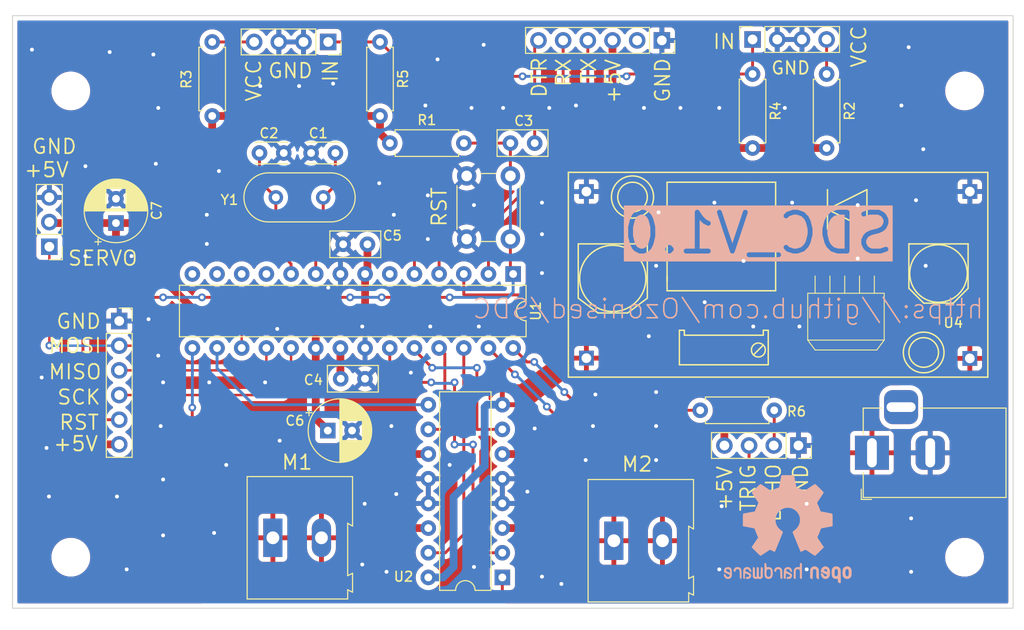
<source format=kicad_pcb>
(kicad_pcb (version 20221018) (generator pcbnew)
  (layers (0 "F.Cu" signal) (31 "B.Cu" jumper) (34 "B.Paste" user) (35 "F.Paste" user) (36 "B.SilkS" user "B.Silkscreen") (37 "F.SilkS" user "F.Silkscreen") (38 "B.Mask" user) (39 "F.Mask" user) (44 "Edge.Cuts" user))
  (net 0 "")
  (net 1 "Net-(U1-PB6{slash}XTAL1)")
  (net 2 "GND")
  (net 3 "Net-(U1-PB7{slash}XTAL2)")
  (net 4 "/DTR")
  (net 5 "/RST")
  (net 6 "Net-(U1-AREF)")
  (net 7 "+5V")
  (net 8 "Net-(J1-Pin_1)")
  (net 9 "Net-(J1-Pin_2)")
  (net 10 "Net-(J2-Pin_1)")
  (net 11 "Net-(J2-Pin_2)")
  (net 12 "/INT1")
  (net 13 "Net-(J4-Pin_4)")
  (net 14 "/INT0")
  (net 15 "Net-(J5-Pin_4)")
  (net 17 "/TX0")
  (net 18 "/RX0")
  (net 19 "/SERVO{slash}MOSI")
  (net 20 "Net-(J8-Pin_2)")
  (net 21 "/TRIG")
  (net 22 "/MISO")
  (net 23 "/SCK")
  (net 24 "Net-(U4-IN+)")
  (net 25 "/ECHO")
  (net 31 "/EN1,2")
  (net 32 "/EN3,4")
  (net 33 "/1A")
  (net 34 "/2A")
  (net 35 "/3A")
  (net 36 "/4A")
  (footprint "Capacitor_THT:C_Disc_D5.0mm_W2.5mm_P2.50mm" (layer "F.Cu") (at 130.282 79.629 180)
    (fp_text reference "C4")
    (fp_text value "100nF")
  )
  (footprint "Capacitor_THT:CP_Radial_D6.3mm_P2.50mm" (layer "F.Cu") (at 104.648 63.6 90)
    (fp_text reference "C7")
    (fp_text value "220uF")
  )
  (footprint "Resistor_THT:R_Axial_DIN0207_L6.3mm_D2.5mm_P7.62mm_Horizontal" (layer "F.Cu") (at 177.8 48.26 -90)
    (fp_text reference "R2")
    (fp_text value "680")
  )
  (footprint "MountingHole:MountingHole_3.5mm" (layer "F.Cu") (at 100 98)
    (fp_text reference "H4")
    (fp_text value "MountingHole")
  )
  (footprint "MountingHole:MountingHole_3.5mm" (layer "F.Cu") (at 192 50)
    (fp_text reference "H2")
    (fp_text value "MountingHole")
  )
  (footprint "Capacitor_THT:C_Disc_D3.0mm_W2.0mm_P2.50mm" (layer "F.Cu") (at 121.92 56.388 180)
    (fp_text reference "C2")
    (fp_text value "22pF")
  )
  (footprint "Connector_PinSocket_2.54mm:PinSocket_1x06_P2.54mm_Vertical" (layer "F.Cu") (at 104.984 73.685)
    (fp_text reference "J9")
    (fp_text value "Conn_01x06_Socket")
  )
  (footprint "lm2596_module:LM2596_module" (layer "F.Cu") (at 151.2175 58.3805 180)
    (fp_text reference "U4")
    (fp_text value "LM2596_module")
  )
  (footprint "Package_DIP:DIP-28_W7.62mm" (layer "F.Cu") (at 145.532 68.844 -90)
    (fp_text reference "U1")
    (fp_text value "ATmega8A-P")
  )
  (footprint "Capacitor_THT:C_Disc_D3.0mm_W2.0mm_P2.50mm" (layer "F.Cu") (at 127.234 56.388 180)
    (fp_text reference "C1")
    (fp_text value "22pF")
  )
  (footprint "Resistor_THT:R_Axial_DIN0207_L6.3mm_D2.5mm_P7.62mm_Horizontal" (layer "F.Cu") (at 170.18 48.26 -90)
    (fp_text reference "R4")
    (fp_text value "10K")
  )
  (footprint "Crystal:Crystal_HC49-4H_Vertical" (layer "F.Cu") (at 121.104 60.96)
    (fp_text reference "Y1")
    (fp_text value "16MHz")
  )
  (footprint "Capacitor_THT:CP_Radial_D6.3mm_P2.50mm" (layer "F.Cu") (at 126.452621 84.963)
    (fp_text reference "C6")
    (fp_text value "100uF")
  )
  (footprint "Connector_PinSocket_2.54mm:PinSocket_1x06_P2.54mm_Vertical" (layer "F.Cu") (at 160.84 44.8 -90)
    (fp_text reference "J6")
    (fp_text value "Conn_01x06_Socket")
  )
  (footprint "Resistor_THT:R_Axial_DIN0207_L6.3mm_D2.5mm_P7.62mm_Horizontal" (layer "F.Cu") (at 114.554 44.958 -90)
    (fp_text reference "R3")
    (fp_text value "680")
  )
  (footprint "Button_Switch_THT:SW_PUSH_6mm_H4.3mm" (layer "F.Cu") (at 140.75 65.25 90)
    (fp_text reference "SW1")
    (fp_text value "SW_SPST")
  )
  (footprint "Capacitor_THT:C_Disc_D5.0mm_W2.5mm_P2.50mm" (layer "F.Cu") (at 128.036 65.786)
    (fp_text reference "C5")
    (fp_text value "100nF")
  )
  (footprint "Connector_PinSocket_2.54mm:PinSocket_1x04_P2.54mm_Vertical" (layer "F.Cu") (at 174.9 86.5 -90)
    (fp_text reference "J8")
    (fp_text value "Conn_01x04")
  )
  (footprint "Resistor_THT:R_Axial_DIN0207_L6.3mm_D2.5mm_P7.62mm_Horizontal" (layer "F.Cu") (at 132.842 55.372)
    (fp_text reference "R1")
    (fp_text value "10K")
  )
  (footprint "TerminalBlock:TerminalBlock_Altech_AK300-2_P5.00mm" (layer "F.Cu") (at 120.8 96)
    (fp_text reference "J2")
    (fp_text value "Screw_Terminal_01x02")
  )
  (footprint "MountingHole:MountingHole_3.5mm" (layer "F.Cu") (at 192 98)
    (fp_text reference "H3")
    (fp_text value "MountingHole")
  )
  (footprint "TerminalBlock:TerminalBlock_Altech_AK300-2_P5.00mm" (layer "F.Cu") (at 155.9 96.3)
    (fp_text reference "J1")
    (fp_text value "Screw_Terminal_01x02")
  )
  (footprint "Connector_BarrelJack:BarrelJack_Horizontal" (layer "F.Cu") (at 182.468 87.249 180)
    (fp_text reference "J10")
    (fp_text value "Jack-DC")
  )
  (footprint "Resistor_THT:R_Axial_DIN0207_L6.3mm_D2.5mm_P7.62mm_Horizontal" (layer "F.Cu") (at 131.826 44.958 -90)
    (fp_text reference "R5")
    (fp_text value "10K")
  )
  (footprint "Connector_PinSocket_2.54mm:PinSocket_1x04_P2.54mm_Vertical" (layer "F.Cu") (at 126.492 44.958 -90)
    (fp_text reference "J4")
    (fp_text value "Conn_01x04")
  )
  (footprint "Package_DIP:DIP-16_W7.62mm" (layer "F.Cu") (at 144.42 100.08 180)
    (fp_text reference "U2")
    (fp_text value "L293D")
  )
  (footprint "Capacitor_THT:C_Disc_D5.0mm_W2.5mm_P2.50mm" (layer "F.Cu") (at 147.75 55.372 180)
    (fp_text reference "C3")
    (fp_text value "100nF")
  )
  (footprint "Connector_PinSocket_2.54mm:PinSocket_1x04_P2.54mm_Vertical" (layer "F.Cu") (at 170.18 44.704 90)
    (fp_text reference "J5")
    (fp_text value "Conn_01x04")
  )
  (footprint "Resistor_THT:R_Axial_DIN0207_L6.3mm_D2.5mm_P7.62mm_Horizontal" (layer "F.Cu") (at 172.41 82.875 180)
    (fp_text reference "R6")
    (fp_text value "680")
  )
  (footprint "MountingHole:MountingHole_3.5mm" (layer "F.Cu") (at 100 50)
    (fp_text reference "H1")
    (fp_text value "MountingHole")
  )
  (footprint "Connector_PinHeader_2.54mm:PinHeader_1x03_P2.54mm_Vertical" (layer "F.Cu") (at 97.79 66.04 180)
    (fp_text reference "J7")
    (fp_text value "Conn_01x03_Pin")
  )
  (footprint "Symbol:OSHW-Logo2_14.6x12mm_SilkScreen" (layer "B.Cu") (at 173.8 95.1 180)
    (fp_text reference "REF**" hide)
    (fp_text value "OSHW-Logo2_14.6x12mm_SilkScreen" hide)
  )
  (gr_rect (start 94 42.251) (end 197 103.251) (stroke (width 0.1)) (fill none) (layer "Edge.Cuts"))
  (gr_text "SDC_V1.0" (at 185 67) (layer "B.SilkS" knockout) (effects (font (size 4 4) (thickness 0.5)) (justify left bottom mirror)))
  (gr_text "https://github.com/Ozonised/SDC" (at 194.1 73.6) (layer "B.SilkS") (effects (font (size 2 2) (thickness 0.16)) (justify left bottom mirror)))
  (gr_text "GND" (at 161.8 51.3 90) (layer "F.SilkS") (effects (font (size 1.5 1.5) (thickness 0.18)) (justify left bottom)))
  (gr_text "+5V" (at 95.1 59) (layer "F.SilkS") (effects (font (size 1.5 1.5) (thickness 0.18)) (justify left bottom)))
  (gr_text "MISO" (at 97.6 79.8) (layer "F.SilkS") (effects (font (size 1.5 1.5) (thickness 0.18)) (justify left bottom)))
  (gr_text "GND" (at 120.2 48.8) (layer "F.SilkS") (effects (font (size 1.5 1.5) (thickness 0.18)) (justify left bottom)))
  (gr_text "ECHO" (at 173.2 94.5 90) (layer "F.SilkS") (effects (font (size 1.5 1.5) (thickness 0.18)) (justify left bottom)))
  (gr_text "GND" (at 172 48.4) (layer "F.SilkS") (effects (font (size 1.3 1.3) (thickness 0.18)) (justify left bottom)))
  (gr_text "GND" (at 95.9 56.6) (layer "F.SilkS") (effects (font (size 1.5 1.5) (thickness 0.18)) (justify left bottom)))
  (gr_text "TX" (at 154.2 49.3 90) (layer "F.SilkS") (effects (font (size 1.5 1.5) (thickness 0.18)) (justify left bottom)))
  (gr_text "+5V" (at 168.2 93.3 90) (layer "F.SilkS") (effects (font (size 1.5 1.5) (thickness 0.18)) (justify left bottom)))
  (gr_text "M2" (at 156.6 89.3) (layer "F.SilkS") (effects (font (size 1.5 1.5) (thickness 0.18)) (justify left bottom)))
  (gr_text "VCC" (at 182 47.7 90) (layer "F.SilkS") (effects (font (size 1.5 1.5) (thickness 0.18)) (justify left bottom)))
  (gr_text "IN" (at 127.6 49.2 90) (layer "F.SilkS") (effects (font (size 1.5 1.5) (thickness 0.18)) (justify left bottom)))
  (gr_text "SERVO" (at 99.6 68.1) (layer "F.SilkS") (effects (font (size 1.5 1.5) (thickness 0.18)) (justify left bottom)))
  (gr_text "RST\n" (at 138.8 64.1 90) (layer "F.SilkS") (effects (font (size 1.5 1.5) (thickness 0.18)) (justify left bottom)))
  (gr_text "RX" (at 151.6 49.7 90) (layer "F.SilkS") (effects (font (size 1.5 1.5) (thickness 0.18)) (justify left bottom)))
  (gr_text "+5V" (at 156.7 51.4 90) (layer "F.SilkS") (effects (font (size 1.5 1.5) (thickness 0.18)) (justify left bottom)))
  (gr_text "DTR" (at 149.1 50.8 90) (layer "F.SilkS") (effects (font (size 1.5 1.5) (thickness 0.18)) (justify left bottom)))
  (gr_text "GND" (at 98.4 74.6) (layer "F.SilkS") (effects (font (size 1.5 1.5) (thickness 0.18)) (justify left bottom)))
  (gr_text "VCC" (at 119.7 51.2 90) (layer "F.SilkS") (effects (font (size 1.5 1.5) (thickness 0.18)) (justify left bottom)))
  (gr_text "TRIG" (at 170.6 93.4 90) (layer "F.SilkS") (effects (font (size 1.5 1.5) (thickness 0.18)) (justify left bottom)))
  (gr_text "RST" (at 98.7 85) (layer "F.SilkS") (effects (font (size 1.5 1.5) (thickness 0.18)) (justify left bottom)))
  (gr_text "M1" (at 121.6 89.1) (layer "F.SilkS") (effects (font (size 1.5 1.5) (thickness 0.18)) (justify left bottom)))
  (gr_text "IN" (at 166 45.8) (layer "F.SilkS") (effects (font (size 1.5 1.5) (thickness 0.18)) (justify left bottom)))
  (gr_text "MOSI" (at 97.6 77.1) (layer "F.SilkS") (effects (font (size 1.5 1.5) (thickness 0.18)) (justify left bottom)))
  (gr_text "SCK" (at 98.5 82.4) (layer "F.SilkS") (effects (font (size 1.5 1.5) (thickness 0.18)) (justify left bottom)))
  (gr_text "+5V" (at 98.1 87.2) (layer "F.SilkS") (effects (font (size 1.5 1.5) (thickness 0.1875)) (justify left bottom)))
  (gr_text "GND" (at 176 93.1 90) (layer "F.SilkS") (effects (font (size 1.5 1.5) (thickness 0.18)) (justify left bottom)))
  (segment (start 125.984 63.5) (end 125.212 64.272) (width 0.3) (layer "F.Cu") (net 1))
  (segment (start 125.212 64.272) (end 125.212 68.844) (width 0.3) (layer "F.Cu") (net 1))
  (segment (start 125.984 60.96) (end 125.984 63.5) (width 0.3) (layer "F.Cu") (net 1))
  (segment (start 127.234 56.388) (end 127.234 59.71) (width 0.3) (layer "F.Cu") (net 1))
  (segment (start 127.234 59.71) (end 125.984 60.96) (width 0.3) (layer "F.Cu") (net 1))
  (segment (start 104.608 60.96) (end 104.648 61) (width 0.8) (layer "F.Cu") (net 2))
  (via (at 166.75 51.75) (size 0.8) (drill 0.4) (layers "F.Cu" "B.Cu") (net 2))
  (via (at 136.75 60.75) (size 0.8) (drill 0.4) (layers "F.Cu" "B.Cu") (net 2))
  (via (at 185.5 51.5) (size 0.8) (drill 0.4) (layers "F.Cu" "B.Cu") (net 2))
  (via (at 104.75 91.75) (size 0.8) (drill 0.4) (layers "F.Cu" "B.Cu") (net 2))
  (via (at 148.5 100) (size 0.8) (drill 0.4) (layers "F.Cu" "B.Cu") (net 2))
  (via (at 114.25 80) (size 0.8) (drill 0.4) (layers "F.Cu" "B.Cu") (net 2))
  (via (at 181 67.25) (size 0.8) (drill 0.4) (layers "F.Cu" "B.Cu") (net 2))
  (via (at 109.5 90) (size 0.8) (drill 0.4) (layers "F.Cu" "B.Cu") (net 2))
  (via (at 141.5 61.75) (size 0.8) (drill 0.4) (layers "F.Cu" "B.Cu") (net 2))
  (via (at 127 49.25) (size 0.8) (drill 0.4) (layers "F.Cu" "B.Cu") (net 2))
  (via (at 114.75 95.5) (size 0.8) (drill 0.4) (layers "F.Cu" "B.Cu") (net 2))
  (via (at 165.25 71.75) (size 0.8) (drill 0.4) (layers "F.Cu" "B.Cu") (net 2))
  (via (at 149.25 51.75) (size 0.8) (drill 0.4) (layers "F.Cu" "B.Cu") (net 2))
  (via (at 126.5 70.25) (size 0.8) (drill 0.4) (layers "F.Cu" "B.Cu") (net 2))
  (via (at 153.75 84.5) (size 0.8) (drill 0.4) (layers "F.Cu" "B.Cu") (net 2))
  (via (at 186.5 99.5) (size 0.8) (drill 0.4) (layers "F.Cu" "B.Cu") (net 2))
  (via (at 152 51.5) (size 0.8) (drill 0.4) (layers "F.Cu" "B.Cu") (net 2))
  (via (at 144.5 51.75) (size 0.8) (drill 0.4) (layers "F.Cu" "B.Cu") (net 2))
  (via (at 167 92.75) (size 0.8) (drill 0.4) (layers "F.Cu" "B.Cu") (net 2))
  (via (at 162.75 51.75) (size 0.8) (drill 0.4) (layers "F.Cu" "B.Cu") (net 2))
  (via (at 187.75 56) (size 0.8) (drill 0.4) (layers "F.Cu" "B.Cu") (net 2))
  (via (at 181 61.75) (size 0.8) (drill 0.4) (layers "F.Cu" "B.Cu") (net 2))
  (via (at 136.5 51.5) (size 0.8) (drill 0.4) (layers "F.Cu" "B.Cu") (net 2))
  (via (at 169.25 67.5) (size 0.8) (drill 0.4) (layers "F.Cu" "B.Cu") (net 2))
  (via (at 159 51.75) (size 0.8) (drill 0.4) (layers "F.Cu" "B.Cu") (net 2))
  (via (at 175.75 99.25) (size 0.8) (drill 0.4) (layers "F.Cu" "B.Cu") (net 2))
  (via (at 130 98.75) (size 0.8) (drill 0.4) (layers "F.Cu" "B.Cu") (net 2))
  (via (at 133.5 91.5) (size 0.8) (drill 0.4) (layers "F.Cu" "B.Cu") (net 2))
  (via (at 101.5 57.75) (size 0.8) (drill 0.4) (layers "F.Cu" "B.Cu") (net 2))
  (via (at 108.5 46.25) (size 0.8) (drill 0.4) (layers "F.Cu" "B.Cu") (net 2))
  (via (at 106.25 67) (size 0.8) (drill 0.4) (layers "F.Cu" "B.Cu") (net 2))
  (via (at 188 68) (size 0.8) (drill 0.4) (layers "F.Cu" "B.Cu") (net 2))
  (via (at 186.5 94) (size 0.8) (drill 0.4) (layers "F.Cu" "B.Cu") (net 2))
  (via (at 160.25 84.5) (size 0.8) (drill 0.4) (layers "F.Cu" "B.Cu") (net 2))
  (via (at 121.25 74.5) (size 0.8) (drill 0.4) (layers "F.Cu" "B.Cu") (net 2))
  (via (at 160.5 62.5) (size 0.8) (drill 0.4) (layers "F.Cu" "B.Cu") (net 2))
  (via (at 186.25 45.5) (size 0.8) (drill 0.4) (layers "F.Cu" "B.Cu") (net 2))
  (via (at 173.5 51.75) (size 0.8) (drill 0.4) (layers "F.Cu" "B.Cu") (net 2))
  (via (at 137.75 46.75) (size 0.8) (drill 0.4) (layers "F.Cu" "B.Cu") (net 2))
  (via (at 142.5 45.25) (size 0.8) (drill 0.4) (layers "F.Cu" "B.Cu") (net 2))
  (via (at 147.75 84.75) (size 0.8) (drill 0.4) (layers "F.Cu" "B.Cu") (net 2))
  (via (at 147 91.25) (size 0.8) (drill 0.4) (layers "F.Cu" "B.Cu") (net 2))
  (via (at 114 62.75) (size 0.8) (drill 0.4) (layers "F.Cu" "B.Cu") (net 2))
  (via (at 160.25 68) (size 0.8) (drill 0.4) (layers "F.Cu" "B.Cu") (net 2))
  (via (at 148.5 61.5) (size 0.8) (drill 0.4) (layers "F.Cu" "B.Cu") (net 2))
  (via (at 166.75 99.25) (size 0.8) (drill 0.4) (layers "F.Cu" "B.Cu") (net 2))
  (via (at 187 61.25) (size 0.8) (drill 0.4) (layers "F.Cu" "B.Cu") (net 2))
  (via (at 166.25 61.5) (size 0.8) (drill 0.4) (layers "F.Cu" "B.Cu") (net 2))
  (via (at 141.5 99) (size 0.8) (drill 0.4) (layers "F.Cu" "B.Cu") (net 2))
  (via (at 97.75 91.75) (size 0.8) (drill 0.4) (layers "F.Cu" "B.Cu") (net 2))
  (via (at 148.5 68.75) (size 0.8) (drill 0.4) (layers "F.Cu" "B.Cu") (net 2))
  (via (at 174.25 61.5) (size 0.8) (drill 0.4) (layers "F.Cu" "B.Cu") (net 2))
  (via (at 101.5 67) (size 0.8) (drill 0.4) (layers "F.Cu" "B.Cu") (net 2))
  (via (at 119.5 49.5) (size 0.8) (drill 0.4) (layers "F.Cu" "B.Cu") (net 2))
  (via (at 154 81.25) (size 0.8) (drill 0.4) (layers "F.Cu" "B.Cu") (net 2))
  (via (at 114 65.75) (size 0.8) (drill 0.4) (layers "F.Cu" "B.Cu") (net 2))
  (via (at 175 74.25) (size 0.8) (drill 0.4) (layers "F.Cu" "B.Cu") (net 2))
  (via (at 105.75 99.25) (size 0.8) (drill 0.4) (layers "F.Cu" "B.Cu") (net 2))
  (via (at 96 45.75) (size 0.8) (drill 0.4) (layers "F.Cu" "B.Cu") (net 2))
  (via (at 121.5 86) (size 0.8) (drill 0.4) (layers "F.Cu" "B.Cu") (net 2))
  (via (at 104 46) (size 0.8) (drill 0.4) (layers "F.Cu" "B.Cu") (net 2))
  (via (at 136.75 65.25) (size 0.8) (drill 0.4) (layers "F.Cu" "B.Cu") (net 2))
  (via (at 148.5 64.75) (size 0.8) (drill 0.4) (layers "F.Cu" "B.Cu") (net 2))
  (via (at 141.25 51.75) (size 0.8) (drill 0.4) (layers "F.Cu" "B.Cu") (net 2))
  (via (at 159.5 75.25) (size 0.8) (drill 0.4) (layers "F.Cu" "B.Cu") (net 2))
  (via (at 160.25 81) (size 0.8) (drill 0.4) (layers "F.Cu" "B.Cu") (net 2))
  (via (at 108 73.5) (size 0.8) (drill 0.4) (layers "F.Cu" "B.Cu") (net 2))
  (via (at 160.25 88) (size 0.8) (drill 0.4) (layers "F.Cu" "B.Cu") (net 2))
  (via (at 175.75 92.5) (size 0.8) (drill 0.4) (layers "F.Cu" "B.Cu") (net 2))
  (via (at 135 79) (size 0.8) (drill 0.4) (layers "F.Cu" "B.Cu") (net 2))
  (via (at 130 74.25) (size 0.8) (drill 0.4) (layers "F.Cu" "B.Cu") (net 2))
  (via (at 133 84.5) (size 0.8) (drill 0.4) (layers "F.Cu" "B.Cu") (net 2))
  (via (at 109.25 84.5) (size 0.8) (drill 0.4) (layers "F.Cu" "B.Cu") (net 2))
  (via (at 109 77.25) (size 0.8) (drill 0.4) (layers "F.Cu" "B.Cu") (net 2))
  (via (at 109 51.75) (size 0.8) (drill 0.4) (layers "F.Cu" "B.Cu") (net 2))
  (via (at 150.5 100.75) (size 0.8) (drill 0.4) (layers "F.Cu" "B.Cu") (net 2))
  (via (at 109.5 80) (size 0.8) (drill 0.4) (layers "F.Cu" "B.Cu") (net 2))
  (via (at 97 79.5) (size 0.8) (drill 0.4) (layers "F.Cu" "B.Cu") (net 2))
  (via (at 120 80) (size 0.8) (drill 0.4) (layers "F.Cu" "B.Cu") (net 2))
  (via (at 123.5 49.5) (size 0.8) (drill 0.4) (layers "F.Cu" "B.Cu") (net 2))
  (via (at 131.75 59.5) (size 0.8) (drill 0.4) (layers "F.Cu" "B.Cu") (net 2))
  (via (at 142 74.25) (size 0.8) (drill 0.4) (layers "F.Cu" "B.Cu") (net 2))
  (via (at 116 88.5) (size 0.8) (drill 0.4) (layers "F.Cu" "B.Cu") (net 2))
  (via (at 132.5 99.5) (size 0.8) (drill 0.4) (layers "F.Cu" "B.Cu") (net 2))
  (via (at 130.25 92.5) (size 0.8) (drill 0.4) (layers "F.Cu" "B.Cu") (net 2))
  (via (at 108.75 57.5) (size 0.8) (drill 0.4) (layers "F.Cu" "B.Cu") (net 2))
  (via (at 153 88) (size 0.8) (drill 0.4) (layers "F.Cu" "B.Cu") (net 2))
  (via (at 133.25 62.75) (size 0.8) (drill 0.4) (layers "F.Cu" "B.Cu") (net 2))
  (via (at 137 74.25) (size 0.8) (drill 0.4) (layers "F.Cu" "B.Cu") (net 2))
  (via (at 170.25 74.25) (size 0.8) (drill 0.4) (layers "F.Cu" "B.Cu") (net 2))
  (via (at 115.25 58.25) (size 0.8) (drill 0.4) (layers "F.Cu" "B.Cu") (net 2))
  (via (at 97.5 86.75) (size 0.8) (drill 0.4) (layers "F.Cu" "B.Cu") (net 2))
  (via (at 139 88.5) (size 0.8) (drill 0.4) (layers "F.Cu" "B.Cu") (net 2))
  (via (at 109.5 95.75) (size 0.8) (drill 0.4) (layers "F.Cu" "B.Cu") (net 2))
  (segment (start 119.42 59.276) (end 121.104 60.96) (width 0.3) (layer "F.Cu") (net 3))
  (segment (start 119.42 56.388) (end 119.42 59.276) (width 0.3) (layer "F.Cu") (net 3))
  (segment (start 122.672 67.808) (end 121.104 66.24) (width 0.3) (layer "F.Cu") (net 3))
  (segment (start 122.672 68.844) (end 122.672 67.808) (width 0.3) (layer "F.Cu") (net 3))
  (segment (start 121.104 66.24) (end 121.104 60.96) (width 0.3) (layer "F.Cu") (net 3))
  (segment (start 147.75 45.19) (end 148.14 44.8) (width 0.3) (layer "F.Cu") (net 4))
  (segment (start 147.75 55.372) (end 147.75 45.19) (width 0.3) (layer "F.Cu") (net 4))
  (segment (start 145.25 65.25) (end 145.25 68.562) (width 0.3) (layer "F.Cu") (net 5))
  (segment (start 103 71.25) (end 101.25 73) (width 0.3) (layer "F.Cu") (net 5))
  (segment (start 145.25 58.75) (end 145.25 55.372) (width 0.3) (layer "F.Cu") (net 5))
  (segment (start 102.595 83.845) (end 104.984 83.845) (width 0.3) (layer "F.Cu") (net 5))
  (segment (start 101.25 82.5) (end 102.595 83.845) (width 0.3) (layer "F.Cu") (net 5))
  (segment (start 128.75 71.25) (end 113.5 71.25) (width 0.3) (layer "F.Cu") (net 5))
  (segment (start 101.25 73) (end 101.25 82.5) (width 0.3) (layer "F.Cu") (net 5))
  (segment (start 140.462 55.372) (end 145.25 55.372) (width 0.3) (layer "F.Cu") (net 5))
  (segment (start 109.5 71.25) (end 103 71.25) (width 0.3) (layer "F.Cu") (net 5))
  (segment (start 145.25 68.562) (end 145.532 68.844) (width 0.3) (layer "F.Cu") (net 5))
  (segment (start 132 71.25) (end 139 71.25) (width 0.3) (layer "F.Cu") (net 5))
  (via (at 113.5 71.25) (size 0.8) (drill 0.4) (layers "F.Cu" "B.Cu") (net 5))
  (via (at 139 71.25) (size 0.8) (drill 0.4) (layers "F.Cu" "B.Cu") (net 5))
  (via (at 128.75 71.25) (size 0.8) (drill 0.4) (layers "F.Cu" "B.Cu") (net 5))
  (via (at 109.5 71.25) (size 0.8) (drill 0.4) (layers "F.Cu" "B.Cu") (net 5))
  (via (at 132 71.25) (size 0.8) (drill 0.4) (layers "F.Cu" "B.Cu") (net 5))
  (segment (start 131.75 71.25) (end 132 71.5) (width 0.3) (layer "B.Cu") (net 5))
  (segment (start 145.25 58.75) (end 145.25 65.25) (width 0.3) (layer "B.Cu") (net 5))
  (segment (start 128.75 71.25) (end 131.75 71.25) (width 0.3) (layer "B.Cu") (net 5))
  (segment (start 145 71.25) (end 145.532 70.718) (width 0.3) (layer "B.Cu") (net 5))
  (segment (start 139 71.25) (end 145 71.25) (width 0.3) (layer "B.Cu") (net 5))
  (segment (start 145.532 70.718) (end 145.532 68.844) (width 0.3) (layer "B.Cu") (net 5))
  (segment (start 109.75 71.25) (end 109.5 71.5) (width 0.3) (layer "B.Cu") (net 5))
  (segment (start 113.5 71.25) (end 109.75 71.25) (width 0.3) (layer "B.Cu") (net 5))
  (segment (start 127.752 76.464) (end 127.752 79.599) (width 0.8) (layer "F.Cu") (net 6))
  (segment (start 127.752 79.599) (end 127.782 79.629) (width 0.8) (layer "F.Cu") (net 6))
  (segment (start 150.9 74.8) (end 150.9 76.3) (width 0.8) (layer "F.Cu") (net 7))
  (segment (start 170.18 55.88) (end 155.98 55.88) (width 0.8) (layer "F.Cu") (net 7))
  (segment (start 114.554 56.546) (end 107.5 63.6) (width 0.8) (layer "F.Cu") (net 7))
  (segment (start 130.292 72.38) (end 130.556 72.644) (width 0.8) (layer "F.Cu") (net 7))
  (segment (start 102.185 86.385) (end 99.25 83.45) (width 0.8) (layer "F.Cu") (net 7))
  (segment (start 155.98 55.88) (end 155.76 56.1) (width 0.8) (layer "F.Cu") (net 7))
  (segment (start 155.76 44.8) (end 155.76 56.1) (width 0.8) (layer "F.Cu") (net 7))
  (segment (start 104.984 86.385) (end 102.185 86.385) (width 0.8) (layer "F.Cu") (net 7))
  (segment (start 148.744 72.644) (end 150.9 74.8) (width 0.8) (layer "F.Cu") (net 7))
  (segment (start 155.76 75.24) (end 154.7 76.3) (width 0.8) (layer "F.Cu") (net 7))
  (segment (start 104.8 69.596) (end 109.728 69.596) (width 0.8) (layer "F.Cu") (net 7))
  (segment (start 170.18 55.88) (end 177.8 55.88) (width 0.8) (layer "F.Cu") (net 7))
  (segment (start 127.508 72.644) (end 112.776 72.644) (width 0.8) (layer "F.Cu") (net 7))
  (segment (start 125.212 83.722379) (end 126.452621 84.963) (width 0.8) (layer "F.Cu") (net 7))
  (segment (start 130.292 68.844) (end 130.292 72.38) (width 0.8) (layer "F.Cu") (net 7))
  (segment (start 155.76 56.1) (end 155.76 75.24) (width 0.8) (layer "F.Cu") (net 7))
  (segment (start 104.648 69.444) (end 104.648 63.6) (width 0.8) (layer "F.Cu") (net 7))
  (segment (start 99.25 72.8) (end 102.454 69.596) (width 0.8) (layer "F.Cu") (net 7))
  (segment (start 112.776 72.644) (end 109.728 69.596) (width 0.8) (layer "F.Cu") (net 7))
  (segment (start 167.28 86.5) (end 167.28 80.63) (width 0.8) (layer "F.Cu") (net 7))
  (segment (start 167.28 80.63) (end 165.1 78.45) (width 0.8) (layer "F.Cu") (net 7))
  (segment (start 130.556 72.644) (end 148.744 72.644) (width 0.8) (layer "F.Cu") (net 7))
  (segment (start 104.648 63.6) (end 97.89 63.6) (width 0.8) (layer "F.Cu") (net 7))
  (segment (start 114.554 52.578) (end 131.826 52.578) (width 0.8) (layer "F.Cu") (net 7))
  (segment (start 131.826 52.578) (end 131.826 54.356) (width 0.8) (layer "F.Cu") (net 7))
  (segment (start 99.25 83.45) (end 99.25 72.8) (width 0.8) (layer "F.Cu") (net 7))
  (segment (start 130.536 68.6) (end 130.292 68.844) (width 0.8) (layer "F.Cu") (net 7))
  (segment (start 102.454 69.596) (end 104.8 69.596) (width 0.8) (layer "F.Cu") (net 7))
  (segment (start 97.89 63.6) (end 97.79 63.5) (width 0.8) (layer "F.Cu") (net 7))
  (segment (start 130.536 65.786) (end 130.536 68.6) (width 0.8) (layer "F.Cu") (net 7))
  (segment (start 154.8 78.45) (end 154.75 78.5) (width 0.8) (layer "F.Cu") (net 7))
  (segment (start 131.826 54.356) (end 132.842 55.372) (width 0.8) (layer "F.Cu") (net 7))
  (segment (start 107.5 63.6) (end 104.648 63.6) (width 0.8) (layer "F.Cu") (net 7))
  (segment (start 127.508 72.644) (end 125.212 74.94) (width 0.8) (layer "F.Cu") (net 7))
  (segment (start 104.8 69.596) (end 104.648 69.444) (width 0.8) (layer "F.Cu") (net 7))
  (segment (start 114.554 52.578) (end 114.554 56.546) (width 0.8) (layer "F.Cu") (net 7))
  (segment (start 125.212 76.464) (end 125.212 83.722379) (width 0.8) (layer "F.Cu") (net 7))
  (segment (start 165.1 78.45) (end 154.8 78.45) (width 0.8) (layer "F.Cu") (net 7))
  (segment (start 130.556 72.644) (end 127.508 72.644) (width 0.8) (layer "F.Cu") (net 7))
  (segment (start 125.212 74.94) (end 125.212 76.464) (width 0.8) (layer "F.Cu") (net 7))
  (segment (start 142.6 82.55) (end 142.6 88.6) (width 0.8) (layer "B.Cu") (net 7))
  (segment (start 139.4 99) (end 138.32 100.08) (width 0.8) (layer "B.Cu") (net 7))
  (segment (start 139.4 91.8) (end 139.4 99) (width 0.8) (layer "B.Cu") (net 7))
  (segment (start 144.42 82.3) (end 142.85 82.3) (width 0.8) (layer "B.Cu") (net 7))
  (segment (start 142.85 82.3) (end 142.6 82.55) (width 0.8) (layer "B.Cu") (net 7))
  (segment (start 138.32 100.08) (end 136.8 100.08) (width 0.8) (layer "B.Cu") (net 7))
  (segment (start 142.6 88.6) (end 139.4 91.8) (width 0.8) (layer "B.Cu") (net 7))
  (segment (start 144.42 95) (end 146.7 95) (width 0.8) (layer "F.Cu") (net 8))
  (segment (start 147 87.4) (end 146.98 87.38) (width 0.8) (layer "F.Cu") (net 9))
  (segment (start 144.42 87.38) (end 146.98 87.38) (width 0.8) (layer "F.Cu") (net 9))
  (segment (start 135.1 87.4) (end 135.12 87.38) (width 0.8) (layer "F.Cu") (net 10))
  (segment (start 136.8 87.38) (end 135.12 87.38) (width 0.8) (layer "F.Cu") (net 10))
  (segment (start 136.8 95) (end 134.4 95) (width 0.8) (layer "F.Cu") (net 11))
  (segment (start 135.372 68.844) (end 135.372 48.504) (width 0.3) (layer "F.Cu") (net 12))
  (segment (start 126.492 44.958) (end 131.826 44.958) (width 0.3) (layer "F.Cu") (net 12))
  (segment (start 135.372 48.504) (end 131.826 44.958) (width 0.3) (layer "F.Cu") (net 12))
  (segment (start 114.554 44.958) (end 118.872 44.958) (width 0.3) (layer "F.Cu") (net 13))
  (segment (start 170.18 44.704) (end 170.18 48.26) (width 0.3) (layer "F.Cu") (net 14))
  (segment (start 137.912 51.088) (end 140.5 48.5) (width 0.3) (layer "F.Cu") (net 14))
  (segment (start 157.2 48.5) (end 157.44 48.26) (width 0.3) (layer "F.Cu") (net 14))
  (segment (start 140.5 48.5) (end 146.5 48.5) (width 0.3) (layer "F.Cu") (net 14))
  (segment (start 137.912 68.844) (end 137.912 51.088) (width 0.3) (layer "F.Cu") (net 14))
  (segment (start 157.44 48.26) (end 170.18 48.26) (width 0.3) (layer "F.Cu") (net 14))
  (via (at 157.2 48.5) (size 0.8) (drill 0.4) (layers "F.Cu" "B.Cu") (net 14))
  (via (at 146.5 48.5) (size 0.8) (drill 0.4) (layers "F.Cu" "B.Cu") (net 14))
  (segment (start 157.2 48.5) (end 149 48.5) (width 0.3) (layer "B.Cu") (net 14))
  (segment (start 149 48.5) (end 146.5 48.5) (width 0.3) (layer "B.Cu") (net 14))
  (segment (start 177.8 48.26) (end 177.8 44.704) (width 0.3) (layer "F.Cu") (net 15))
  (segment (start 177.8 47.752) (end 178.308 48.26) (width 0.3) (layer "F.Cu") (net 15))
  (segment (start 140.5 71) (end 140.452 70.952) (width 0.3) (layer "F.Cu") (net 17))
  (segment (start 153.22 56.28) (end 151 58.5) (width 0.3) (layer "F.Cu") (net 17))
  (segment (start 149 71) (end 140.5 71) (width 0.3) (layer "F.Cu") (net 17))
  (segment (start 151 69) (end 149 71) (width 0.3) (layer "F.Cu") (net 17))
  (segment (start 140.452 70.952) (end 140.452 68.844) (width 0.3) (layer "F.Cu") (net 17))
  (segment (start 153.22 44.8) (end 153.22 56.28) (width 0.3) (layer "F.Cu") (net 17))
  (segment (start 151 58.5) (end 151 69) (width 0.3) (layer "F.Cu") (net 17))
  (segment (start 142.992 68.844) (end 142.992 64.008) (width 0.3) (layer "F.Cu") (net 18))
  (segment (start 142.992 64.008) (end 150.68 56.32) (width 0.3) (layer "F.Cu") (net 18))
  (segment (start 150.68 56.32) (end 150.68 44.8) (width 0.3) (layer "F.Cu") (net 18))
  (segment (start 117.592 76.464) (end 117.592 74.592) (width 0.25) (layer "F.Cu") (net 19))
  (segment (start 107.575 76.225) (end 104.984 76.225) (width 0.25) (layer "F.Cu") (net 19))
  (segment (start 109.3 74.5) (end 107.575 76.225) (width 0.25) (layer "F.Cu") (net 19))
  (segment (start 117.592 74.592) (end 117.5 74.5) (width 0.25) (layer "F.Cu") (net 19))
  (segment (start 117.5 74.5) (end 109.3 74.5) (width 0.25) (layer "F.Cu") (net 19))
  (segment (start 97.79 76.21) (end 97.79 66.04) (width 0.25) (layer "F.Cu") (net 19))
  (via (at 97.79 76.21) (size 0.8) (drill 0.4) (layers "F.Cu" "B.Cu") (net 19))
  (segment (start 97.805 76.225) (end 104.984 76.225) (width 0.25) (layer "B.Cu") (net 19))
  (segment (start 97.79 76.21) (end 97.805 76.225) (width 0.25) (layer "B.Cu") (net 19))
  (segment (start 172.41 82.875) (end 172.41 86.45) (width 0.3) (layer "F.Cu") (net 20))
  (segment (start 172.41 86.45) (end 172.36 86.5) (width 0.3) (layer "F.Cu") (net 20))
  (segment (start 169.82 88.38) (end 169.82 86.5) (width 0.3) (layer "F.Cu") (net 21))
  (segment (start 163.2 85.9) (end 164.95 87.65) (width 0.3) (layer "F.Cu") (net 21))
  (segment (start 165.7 88.4) (end 169.8 88.4) (width 0.3) (layer "F.Cu") (net 21))
  (segment (start 169.8 88.4) (end 169.82 88.38) (width 0.3) (layer "F.Cu") (net 21))
  (segment (start 145.714 79.186) (end 142.992 76.464) (width 0.3) (layer "F.Cu") (net 21))
  (segment (start 152.4 85.9) (end 163.2 85.9) (width 0.3) (layer "F.Cu") (net 21))
  (segment (start 149 82.5) (end 152.4 85.9) (width 0.3) (layer "F.Cu") (net 21))
  (segment (start 164.95 87.65) (end 165.7 88.4) (width 0.3) (layer "F.Cu") (net 21))
  (via (at 145.714 79.186) (size 0.8) (drill 0.4) (layers "F.Cu" "B.Cu") (net 21))
  (via (at 149 82.5) (size 0.8) (drill 0.4) (layers "F.Cu" "B.Cu") (net 21))
  (segment (start 145.714 79.186) (end 145.786 79.186) (width 0.3) (layer "B.Cu") (net 21))
  (segment (start 149 82.4) (end 149 82.5) (width 0.3) (layer "B.Cu") (net 21))
  (segment (start 145.786 79.186) (end 149 82.4) (width 0.3) (layer "B.Cu") (net 21))
  (segment (start 120.132 78.468) (end 119.835 78.765) (width 0.25) (layer "F.Cu") (net 22))
  (segment (start 120.132 76.464) (end 120.132 78.468) (width 0.25) (layer "F.Cu") (net 22))
  (segment (start 119.835 78.765) (end 104.984 78.765) (width 0.25) (layer "F.Cu") (net 22))
  (segment (start 122.672 80.428) (end 122.672 76.464) (width 0.25) (layer "F.Cu") (net 23))
  (segment (start 121.795 81.305) (end 122.672 80.428) (width 0.25) (layer "F.Cu") (net 23))
  (segment (start 104.984 81.305) (end 121.795 81.305) (width 0.25) (layer "F.Cu") (net 23))
  (segment (start 164.79 82.875) (end 152.69 82.875) (width 0.3) (layer "F.Cu") (net 25))
  (segment (start 146.968 77.9) (end 145.532 76.464) (width 0.3) (layer "F.Cu") (net 25))
  (segment (start 152.69 82.875) (end 150.815 81) (width 0.3) (layer "F.Cu") (net 25))
  (segment (start 150.815 81) (end 150.8 81) (width 0.3) (layer "F.Cu") (net 25))
  (segment (start 147.7 77.9) (end 146.968 77.9) (width 0.3) (layer "F.Cu") (net 25))
  (via (at 150.8 81) (size 0.8) (drill 0.4) (layers "F.Cu" "B.Cu") (net 25))
  (via (at 147.7 77.9) (size 0.8) (drill 0.4) (layers "F.Cu" "B.Cu") (net 25))
  (segment (start 150.8 81) (end 147.7 77.9) (width 0.3) (layer "B.Cu") (net 25))
  (segment (start 144.2 102.2) (end 144.42 101.98) (width 0.3) (layer "F.Cu") (net 31))
  (segment (start 112.5 82.6) (end 112.5 100.6) (width 0.3) (layer "F.Cu") (net 31))
  (segment (start 114.1 102.2) (end 144.2 102.2) (width 0.3) (layer "F.Cu") (net 31))
  (segment (start 112.5 100.6) (end 114.1 102.2) (width 0.3) (layer "F.Cu") (net 31))
  (segment (start 144.42 101.98) (end 144.42 100.08) (width 0.3) (layer "F.Cu") (net 31))
  (via (at 112.5 82.6) (size 0.8) (drill 0.4) (layers "F.Cu" "B.Cu") (net 31))
  (segment (start 112.5 82.6) (end 112.512 82.588) (width 0.3) (layer "B.Cu") (net 31))
  (segment (start 112.512 82.588) (end 112.512 76.464) (width 0.3) (layer "B.Cu") (net 31))
  (segment (start 118.8 82.3) (end 115.052 78.552) (width 0.3) (layer "B.Cu") (net 32))
  (segment (start 115.052 78.552) (end 115.052 76.464) (width 0.3) (layer "B.Cu") (net 32))
  (segment (start 136.8 82.3) (end 118.8 82.3) (width 0.3) (layer "B.Cu") (net 32))
  (segment (start 137 80) (end 133.7 80) (width 0.3) (layer "F.Cu") (net 33))
  (segment (start 141.4 96.2) (end 142.74 97.54) (width 0.3) (layer "F.Cu") (net 33))
  (segment (start 139.5 86.4) (end 139.5 80) (width 0.3) (layer "F.Cu") (net 33))
  (segment (start 133.7 80) (end 132.832 79.132) (width 0.3) (layer "F.Cu") (net 33))
  (segment (start 132.832 79.132) (end 132.832 76.464) (width 0.3) (layer "F.Cu") (net 33))
  (segment (start 142.74 97.54) (end 144.42 97.54) (width 0.3) (layer "F.Cu") (net 33))
  (segment (start 141.4 86.4) (end 141.4 96.2) (width 0.3) (layer "F.Cu") (net 33))
  (via (at 141.4 86.4) (size 0.8) (drill 0.4) (layers "F.Cu" "B.Cu") (net 33))
  (via (at 137.1 80) (size 0.8) (drill 0.4) (layers "F.Cu" "B.Cu") (net 33))
  (via (at 139.5 80) (size 0.8) (drill 0.4) (layers "F.Cu" "B.Cu") (net 33))
  (via (at 139.5 86.4) (size 0.8) (drill 0.4) (layers "F.Cu" "B.Cu") (net 33))
  (segment (start 137.2 80.1) (end 137.1 80) (width 0.3) (layer "B.Cu") (net 33))
  (segment (start 141.4 86.4) (end 139.5 86.4) (width 0.3) (layer "B.Cu") (net 33))
  (segment (start 139.5 80.1) (end 137.2 80.1) (width 0.3) (layer "B.Cu") (net 33))
  (segment (start 141.8 78.7) (end 141.8 84.8) (width 0.3) (layer "F.Cu") (net 34))
  (segment (start 137.2 78.5) (end 135.372 76.672) (width 0.3) (layer "F.Cu") (net 34))
  (segment (start 135.372 76.672) (end 135.372 76.464) (width 0.3) (layer "F.Cu") (net 34))
  (segment (start 141.8 84.8) (end 141.84 84.84) (width 0.3) (layer "F.Cu") (net 34))
  (segment (start 141.84 84.84) (end 144.42 84.84) (width 0.3) (layer "F.Cu") (net 34))
  (via (at 137.2 78.5) (size 0.8) (drill 0.4) (layers "F.Cu" "B.Cu") (net 34))
  (via (at 141.8 78.5) (size 0.8) (drill 0.4) (layers "F.Cu" "B.Cu") (net 34))
  (segment (start 137.4 78.5) (end 141.8 78.5) (width 0.3) (layer "B.Cu") (net 34))
  (segment (start 138.36 84.84) (end 138.5 84.7) (width 0.3) (layer "F.Cu") (net 35))
  (segment (start 136.8 84.84) (end 138.36 84.84) (width 0.3) (layer "F.Cu") (net 35))
  (segment (start 138.5 84.7) (end 138.5 77.052) (width 0.3) (layer "F.Cu") (net 35))
  (segment (start 138.5 77.052) (end 137.912 76.464) (width 0.3) (layer "F.Cu") (net 35))
  (segment (start 140.452 76.464) (end 140.452 95.648) (width 0.3) (layer "F.Cu") (net 36))
  (segment (start 138.56 97.54) (end 136.8 97.54) (width 0.3) (layer "F.Cu") (net 36))
  (segment (start 140.452 95.648) (end 138.56 97.54) (width 0.3) (layer "F.Cu") (net 36))
  (zone (net 2) (net_name "GND") (layer "F.Cu") (priority 7) (connect_pads (clearance 0.5)) (min_thickness 0.25) (fill yes (thermal_gap 0.5) (thermal_bridge_width 0.5))
    (polygon (pts (xy 198 74) (xy 198.12 40.64) (xy 92.71 40.64) (xy 92.71 105.41) (xy 118 105.5) (xy 118 92.25) (xy 117.967692 91.658462) (xy 125.5 89) (xy 133.5 86) (xy 142.4 86) (xy 142.4 79.7) (xy 145.9 79.7) (xy 149.4 77.3) (xy 149.4 75.2) (xy 156 75.2) (xy 156 90) (xy 164 90) (xy 164 105.5) (xy 178 105.5) (xy 178 74)))
  )
  (zone (net 2) (net_name "GND") (layer "F.Cu") (priority 10) (connect_pads (clearance 0.5)) (min_thickness 0.25) (fill yes (thermal_gap 0.5) (thermal_bridge_width 0.5))
    (polygon (pts (xy 136 89) (xy 134 89) (xy 134 89.5) (xy 128.5 91.5) (xy 128.5 93.5) (xy 136 93.5) (xy 136 97) (xy 128.5 97) (xy 128.5 99.5) (xy 116.5 99.5) (xy 116.5 105.5) (xy 165.5 105.5) (xy 165.5 101) (xy 153.5 101) (xy 153.5 97.5) (xy 148 97.5) (xy 148 96.5) (xy 145.5 96.5) (xy 145.5 93) (xy 149.5 93) (xy 147.5 89) (xy 145.5 89) (xy 145.5 84) (xy 136 84)))
  )
  (zone (net 7) (net_name "+5V") (layer "F.Cu") (priority 2) (connect_pads (clearance 0.5)) (min_thickness 0.25) (fill yes (thermal_gap 0.5) (thermal_bridge_width 0.5))
    (polygon (pts (xy 150 77.4) (xy 150 75.7) (xy 155.2 75.7) (xy 155.2 79.6) (xy 152.1 79.5) (xy 151.1 79.5) (xy 145.9 83.5) (xy 143 83.5) (xy 143 80.2) (xy 146.2 80.2)))
  )
  (zone (net 11) (net_name "Net-(J2-Pin_2)") (layer "F.Cu") (priority 4) (connect_pads (clearance 0.5)) (min_thickness 0.25) (fill yes (thermal_gap 0.5) (thermal_bridge_width 0.5))
    (polygon (pts (xy 123.8 93.6) (xy 123.7 99.2) (xy 127.5 99.3) (xy 127.9 99.3) (xy 127.9 96.3) (xy 135.5 96.3) (xy 135.5 93.7) (xy 127.8 93.7) (xy 127.8 93) (xy 123.8 93) (xy 123.8 93.7)))
  )
  (zone (net 24) (net_name "Net-(U4-IN+)") (layer "F.Cu") (priority 1) (connect_pads (clearance 0.5)) (min_thickness 0.25) (fill yes (thermal_gap 0.5) (thermal_bridge_width 0.5))
    (polygon (pts (xy 185.42 90.424) (xy 178.816 90.424) (xy 178.816 74.676) (xy 195.072 74.676) (xy 195.072 80.264) (xy 185.42 80.264)))
  )
  (zone (net 2) (net_name "GND") (layer "F.Cu") (priority 8) (connect_pads (clearance 0.5)) (min_thickness 0.25) (fill yes (thermal_gap 0.5) (thermal_bridge_width 0.5))
    (polygon (pts (xy 195.5 81) (xy 186 81) (xy 186 91) (xy 177 91) (xy 177 105.5) (xy 198.12 105.41) (xy 198 73.5) (xy 195.5 73.5)))
  )
  (zone (net 0) (net_name "") (layer "F.Cu") (connect_pads (clearance 0)) (min_thickness 0.25)
    (keepout (tracks allowed) (vias allowed) (pads allowed) (copperpour not_allowed) (footprints allowed))
    (fill (thermal_gap 0.5) (thermal_bridge_width 0.5))
    (polygon (pts (xy 118 54.75) (xy 129.75 54.75) (xy 129.75 63.75) (xy 126.25 63.75) (xy 126.25 70.75) (xy 121 70.75) (xy 121 67.6) (xy 120 67.6) (xy 120 66.5) (xy 120 63.75) (xy 117.5 63.75) (xy 117.5 54.75)))
  )
  (zone (net 10) (net_name "Net-(J2-Pin_1)") (layer "F.Cu") (priority 3) (connect_pads (clearance 0.5)) (min_thickness 0.25) (fill yes (thermal_gap 0.5) (thermal_bridge_width 0.5))
    (polygon (pts (xy 118.8 99.2) (xy 122.9 99.1) (xy 122.9 93.2) (xy 122.9 92.8) (xy 133.68704 89) (xy 133.7 88.7) (xy 135.5 88.7) (xy 135.5 88.6) (xy 135.5 86.3) (xy 134.5 86.3) (xy 133.3 86.3) (xy 133 86.5) (xy 124.5 89.8) (xy 118.8 91.8) (xy 118.8 94.2)))
  )
  (zone (net 2) (net_name "GND") (layer "F.Cu") (priority 9) (connect_pads (clearance 0.5)) (min_thickness 0.25) (fill yes (thermal_gap 0.5) (thermal_bridge_width 0.5))
    (polygon (pts (xy 156.5 80) (xy 151 80.2) (xy 146 84.2) (xy 146 86) (xy 149.5 86) (xy 151.5 90) (xy 156 90)))
  )
  (zone (net 9) (net_name "Net-(J1-Pin_2)") (layer "F.Cu") (priority 6) (connect_pads (clearance 0.5)) (min_thickness 0.25) (fill yes (thermal_gap 0.5) (thermal_bridge_width 0.5))
    (polygon (pts (xy 158.9 93.5) (xy 158.9 100.6) (xy 163 100.6) (xy 163.1 90.5) (xy 151.3 90.6) (xy 149 86.3) (xy 145.9 86.3) (xy 145.9 88.4) (xy 147.6 88.4) (xy 150.1 93) (xy 158.9 93.1)))
  )
  (zone (net 8) (net_name "Net-(J1-Pin_1)") (layer "F.Cu") (priority 5) (connect_pads (clearance 0.5)) (min_thickness 0.25) (fill yes (thermal_gap 0.5) (thermal_bridge_width 0.5))
    (polygon (pts (xy 145.9 94) (xy 145.9 93.6) (xy 158 93.5) (xy 158 100.6) (xy 154 100.6) (xy 153.9 97.2) (xy 148.2 97.2) (xy 148.2 96) (xy 145.9 96)))
  )
  (zone (net 2) (net_name "GND") (layer "B.Cu") (connect_pads (clearance 0.5)) (min_thickness 0.25) (fill yes (thermal_gap 0.5) (thermal_bridge_width 0.5))
    (polygon (pts (xy 92.71 40.64) (xy 198.12 40.64) (xy 198.12 105.41) (xy 92.71 105.41)))
  )
)
</source>
